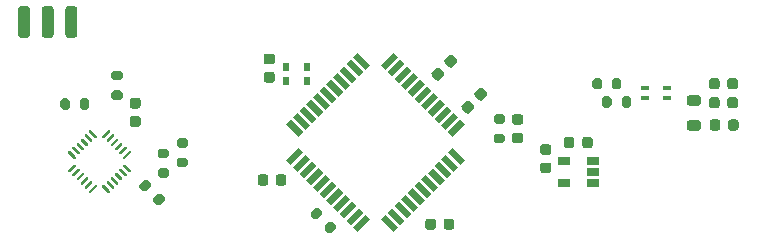
<source format=gbr>
%TF.GenerationSoftware,KiCad,Pcbnew,(5.1.8)-1*%
%TF.CreationDate,2022-07-09T15:07:12+10:00*%
%TF.ProjectId,ergonomic_split_left,6572676f-6e6f-46d6-9963-5f73706c6974,rev?*%
%TF.SameCoordinates,Original*%
%TF.FileFunction,Paste,Top*%
%TF.FilePolarity,Positive*%
%FSLAX46Y46*%
G04 Gerber Fmt 4.6, Leading zero omitted, Abs format (unit mm)*
G04 Created by KiCad (PCBNEW (5.1.8)-1) date 2022-07-09 15:07:12*
%MOMM*%
%LPD*%
G01*
G04 APERTURE LIST*
%ADD10C,0.100000*%
%ADD11R,0.750000X0.450000*%
%ADD12R,1.000000X0.700000*%
%ADD13R,0.600000X0.800000*%
G04 APERTURE END LIST*
%TO.C,J5*%
G36*
G01*
X99538400Y-57640400D02*
X99538400Y-55440400D01*
G75*
G02*
X99788400Y-55190400I250000J0D01*
G01*
X100288400Y-55190400D01*
G75*
G02*
X100538400Y-55440400I0J-250000D01*
G01*
X100538400Y-57640400D01*
G75*
G02*
X100288400Y-57890400I-250000J0D01*
G01*
X99788400Y-57890400D01*
G75*
G02*
X99538400Y-57640400I0J250000D01*
G01*
G37*
G36*
G01*
X101538400Y-57640400D02*
X101538400Y-55440400D01*
G75*
G02*
X101788400Y-55190400I250000J0D01*
G01*
X102288400Y-55190400D01*
G75*
G02*
X102538400Y-55440400I0J-250000D01*
G01*
X102538400Y-57640400D01*
G75*
G02*
X102288400Y-57890400I-250000J0D01*
G01*
X101788400Y-57890400D01*
G75*
G02*
X101538400Y-57640400I0J250000D01*
G01*
G37*
G36*
G01*
X103538400Y-57640400D02*
X103538400Y-55440400D01*
G75*
G02*
X103788400Y-55190400I250000J0D01*
G01*
X104288400Y-55190400D01*
G75*
G02*
X104538400Y-55440400I0J-250000D01*
G01*
X104538400Y-57640400D01*
G75*
G02*
X104288400Y-57890400I-250000J0D01*
G01*
X103788400Y-57890400D01*
G75*
G02*
X103538400Y-57640400I0J250000D01*
G01*
G37*
%TD*%
D10*
%TO.C,U6*%
G36*
X136988812Y-64798934D02*
G01*
X137377720Y-65187842D01*
X136317060Y-66248502D01*
X135928152Y-65859594D01*
X136988812Y-64798934D01*
G37*
G36*
X136423126Y-64233249D02*
G01*
X136812034Y-64622157D01*
X135751374Y-65682817D01*
X135362466Y-65293909D01*
X136423126Y-64233249D01*
G37*
G36*
X135857441Y-63667564D02*
G01*
X136246349Y-64056472D01*
X135185689Y-65117132D01*
X134796781Y-64728224D01*
X135857441Y-63667564D01*
G37*
G36*
X135291756Y-63101878D02*
G01*
X135680664Y-63490786D01*
X134620004Y-64551446D01*
X134231096Y-64162538D01*
X135291756Y-63101878D01*
G37*
G36*
X134726070Y-62536193D02*
G01*
X135114978Y-62925101D01*
X134054318Y-63985761D01*
X133665410Y-63596853D01*
X134726070Y-62536193D01*
G37*
G36*
X134160385Y-61970507D02*
G01*
X134549293Y-62359415D01*
X133488633Y-63420075D01*
X133099725Y-63031167D01*
X134160385Y-61970507D01*
G37*
G36*
X133594699Y-61404822D02*
G01*
X133983607Y-61793730D01*
X132922947Y-62854390D01*
X132534039Y-62465482D01*
X133594699Y-61404822D01*
G37*
G36*
X133029014Y-60839136D02*
G01*
X133417922Y-61228044D01*
X132357262Y-62288704D01*
X131968354Y-61899796D01*
X133029014Y-60839136D01*
G37*
G36*
X132463328Y-60273451D02*
G01*
X132852236Y-60662359D01*
X131791576Y-61723019D01*
X131402668Y-61334111D01*
X132463328Y-60273451D01*
G37*
G36*
X131897643Y-59707766D02*
G01*
X132286551Y-60096674D01*
X131225891Y-61157334D01*
X130836983Y-60768426D01*
X131897643Y-59707766D01*
G37*
G36*
X131331958Y-59142080D02*
G01*
X131720866Y-59530988D01*
X130660206Y-60591648D01*
X130271298Y-60202740D01*
X131331958Y-59142080D01*
G37*
G36*
X127867134Y-59530988D02*
G01*
X128256042Y-59142080D01*
X129316702Y-60202740D01*
X128927794Y-60591648D01*
X127867134Y-59530988D01*
G37*
G36*
X127301449Y-60096674D02*
G01*
X127690357Y-59707766D01*
X128751017Y-60768426D01*
X128362109Y-61157334D01*
X127301449Y-60096674D01*
G37*
G36*
X126735764Y-60662359D02*
G01*
X127124672Y-60273451D01*
X128185332Y-61334111D01*
X127796424Y-61723019D01*
X126735764Y-60662359D01*
G37*
G36*
X126170078Y-61228044D02*
G01*
X126558986Y-60839136D01*
X127619646Y-61899796D01*
X127230738Y-62288704D01*
X126170078Y-61228044D01*
G37*
G36*
X125604393Y-61793730D02*
G01*
X125993301Y-61404822D01*
X127053961Y-62465482D01*
X126665053Y-62854390D01*
X125604393Y-61793730D01*
G37*
G36*
X125038707Y-62359415D02*
G01*
X125427615Y-61970507D01*
X126488275Y-63031167D01*
X126099367Y-63420075D01*
X125038707Y-62359415D01*
G37*
G36*
X124473022Y-62925101D02*
G01*
X124861930Y-62536193D01*
X125922590Y-63596853D01*
X125533682Y-63985761D01*
X124473022Y-62925101D01*
G37*
G36*
X123907336Y-63490786D02*
G01*
X124296244Y-63101878D01*
X125356904Y-64162538D01*
X124967996Y-64551446D01*
X123907336Y-63490786D01*
G37*
G36*
X123341651Y-64056472D02*
G01*
X123730559Y-63667564D01*
X124791219Y-64728224D01*
X124402311Y-65117132D01*
X123341651Y-64056472D01*
G37*
G36*
X122775966Y-64622157D02*
G01*
X123164874Y-64233249D01*
X124225534Y-65293909D01*
X123836626Y-65682817D01*
X122775966Y-64622157D01*
G37*
G36*
X122210280Y-65187842D02*
G01*
X122599188Y-64798934D01*
X123659848Y-65859594D01*
X123270940Y-66248502D01*
X122210280Y-65187842D01*
G37*
G36*
X123270940Y-67203098D02*
G01*
X123659848Y-67592006D01*
X122599188Y-68652666D01*
X122210280Y-68263758D01*
X123270940Y-67203098D01*
G37*
G36*
X123836626Y-67768783D02*
G01*
X124225534Y-68157691D01*
X123164874Y-69218351D01*
X122775966Y-68829443D01*
X123836626Y-67768783D01*
G37*
G36*
X124402311Y-68334468D02*
G01*
X124791219Y-68723376D01*
X123730559Y-69784036D01*
X123341651Y-69395128D01*
X124402311Y-68334468D01*
G37*
G36*
X124967996Y-68900154D02*
G01*
X125356904Y-69289062D01*
X124296244Y-70349722D01*
X123907336Y-69960814D01*
X124967996Y-68900154D01*
G37*
G36*
X125533682Y-69465839D02*
G01*
X125922590Y-69854747D01*
X124861930Y-70915407D01*
X124473022Y-70526499D01*
X125533682Y-69465839D01*
G37*
G36*
X126099367Y-70031525D02*
G01*
X126488275Y-70420433D01*
X125427615Y-71481093D01*
X125038707Y-71092185D01*
X126099367Y-70031525D01*
G37*
G36*
X126665053Y-70597210D02*
G01*
X127053961Y-70986118D01*
X125993301Y-72046778D01*
X125604393Y-71657870D01*
X126665053Y-70597210D01*
G37*
G36*
X127230738Y-71162896D02*
G01*
X127619646Y-71551804D01*
X126558986Y-72612464D01*
X126170078Y-72223556D01*
X127230738Y-71162896D01*
G37*
G36*
X127796424Y-71728581D02*
G01*
X128185332Y-72117489D01*
X127124672Y-73178149D01*
X126735764Y-72789241D01*
X127796424Y-71728581D01*
G37*
G36*
X128362109Y-72294266D02*
G01*
X128751017Y-72683174D01*
X127690357Y-73743834D01*
X127301449Y-73354926D01*
X128362109Y-72294266D01*
G37*
G36*
X128927794Y-72859952D02*
G01*
X129316702Y-73248860D01*
X128256042Y-74309520D01*
X127867134Y-73920612D01*
X128927794Y-72859952D01*
G37*
G36*
X130271298Y-73248860D02*
G01*
X130660206Y-72859952D01*
X131720866Y-73920612D01*
X131331958Y-74309520D01*
X130271298Y-73248860D01*
G37*
G36*
X130836983Y-72683174D02*
G01*
X131225891Y-72294266D01*
X132286551Y-73354926D01*
X131897643Y-73743834D01*
X130836983Y-72683174D01*
G37*
G36*
X131402668Y-72117489D02*
G01*
X131791576Y-71728581D01*
X132852236Y-72789241D01*
X132463328Y-73178149D01*
X131402668Y-72117489D01*
G37*
G36*
X131968354Y-71551804D02*
G01*
X132357262Y-71162896D01*
X133417922Y-72223556D01*
X133029014Y-72612464D01*
X131968354Y-71551804D01*
G37*
G36*
X132534039Y-70986118D02*
G01*
X132922947Y-70597210D01*
X133983607Y-71657870D01*
X133594699Y-72046778D01*
X132534039Y-70986118D01*
G37*
G36*
X133099725Y-70420433D02*
G01*
X133488633Y-70031525D01*
X134549293Y-71092185D01*
X134160385Y-71481093D01*
X133099725Y-70420433D01*
G37*
G36*
X133665410Y-69854747D02*
G01*
X134054318Y-69465839D01*
X135114978Y-70526499D01*
X134726070Y-70915407D01*
X133665410Y-69854747D01*
G37*
G36*
X134231096Y-69289062D02*
G01*
X134620004Y-68900154D01*
X135680664Y-69960814D01*
X135291756Y-70349722D01*
X134231096Y-69289062D01*
G37*
G36*
X134796781Y-68723376D02*
G01*
X135185689Y-68334468D01*
X136246349Y-69395128D01*
X135857441Y-69784036D01*
X134796781Y-68723376D01*
G37*
G36*
X135362466Y-68157691D02*
G01*
X135751374Y-67768783D01*
X136812034Y-68829443D01*
X136423126Y-69218351D01*
X135362466Y-68157691D01*
G37*
G36*
X135928152Y-67592006D02*
G01*
X136317060Y-67203098D01*
X137377720Y-68263758D01*
X136988812Y-68652666D01*
X135928152Y-67592006D01*
G37*
%TD*%
%TO.C,R5*%
G36*
G01*
X148164600Y-62055420D02*
X148164600Y-61505420D01*
G75*
G02*
X148364600Y-61305420I200000J0D01*
G01*
X148764600Y-61305420D01*
G75*
G02*
X148964600Y-61505420I0J-200000D01*
G01*
X148964600Y-62055420D01*
G75*
G02*
X148764600Y-62255420I-200000J0D01*
G01*
X148364600Y-62255420D01*
G75*
G02*
X148164600Y-62055420I0J200000D01*
G01*
G37*
G36*
G01*
X149814600Y-62055420D02*
X149814600Y-61505420D01*
G75*
G02*
X150014600Y-61305420I200000J0D01*
G01*
X150414600Y-61305420D01*
G75*
G02*
X150614600Y-61505420I0J-200000D01*
G01*
X150614600Y-62055420D01*
G75*
G02*
X150414600Y-62255420I-200000J0D01*
G01*
X150014600Y-62255420D01*
G75*
G02*
X149814600Y-62055420I0J200000D01*
G01*
G37*
%TD*%
D11*
%TO.C,L1*%
X152612480Y-62166500D03*
X152612480Y-62966500D03*
X154462480Y-62966500D03*
X154462480Y-62166500D03*
%TD*%
%TO.C,R6*%
G36*
G01*
X150627400Y-63584500D02*
X150627400Y-63034500D01*
G75*
G02*
X150827400Y-62834500I200000J0D01*
G01*
X151227400Y-62834500D01*
G75*
G02*
X151427400Y-63034500I0J-200000D01*
G01*
X151427400Y-63584500D01*
G75*
G02*
X151227400Y-63784500I-200000J0D01*
G01*
X150827400Y-63784500D01*
G75*
G02*
X150627400Y-63584500I0J200000D01*
G01*
G37*
G36*
G01*
X148977400Y-63584500D02*
X148977400Y-63034500D01*
G75*
G02*
X149177400Y-62834500I200000J0D01*
G01*
X149577400Y-62834500D01*
G75*
G02*
X149777400Y-63034500I0J-200000D01*
G01*
X149777400Y-63584500D01*
G75*
G02*
X149577400Y-63784500I-200000J0D01*
G01*
X149177400Y-63784500D01*
G75*
G02*
X148977400Y-63584500I0J200000D01*
G01*
G37*
%TD*%
%TO.C,C7*%
G36*
G01*
X109693520Y-65420960D02*
X109193520Y-65420960D01*
G75*
G02*
X108968520Y-65195960I0J225000D01*
G01*
X108968520Y-64745960D01*
G75*
G02*
X109193520Y-64520960I225000J0D01*
G01*
X109693520Y-64520960D01*
G75*
G02*
X109918520Y-64745960I0J-225000D01*
G01*
X109918520Y-65195960D01*
G75*
G02*
X109693520Y-65420960I-225000J0D01*
G01*
G37*
G36*
G01*
X109693520Y-63870960D02*
X109193520Y-63870960D01*
G75*
G02*
X108968520Y-63645960I0J225000D01*
G01*
X108968520Y-63195960D01*
G75*
G02*
X109193520Y-62970960I225000J0D01*
G01*
X109693520Y-62970960D01*
G75*
G02*
X109918520Y-63195960I0J-225000D01*
G01*
X109918520Y-63645960D01*
G75*
G02*
X109693520Y-63870960I-225000J0D01*
G01*
G37*
%TD*%
%TO.C,R15*%
G36*
G01*
X111561200Y-68926760D02*
X112111200Y-68926760D01*
G75*
G02*
X112311200Y-69126760I0J-200000D01*
G01*
X112311200Y-69526760D01*
G75*
G02*
X112111200Y-69726760I-200000J0D01*
G01*
X111561200Y-69726760D01*
G75*
G02*
X111361200Y-69526760I0J200000D01*
G01*
X111361200Y-69126760D01*
G75*
G02*
X111561200Y-68926760I200000J0D01*
G01*
G37*
G36*
G01*
X111561200Y-67276760D02*
X112111200Y-67276760D01*
G75*
G02*
X112311200Y-67476760I0J-200000D01*
G01*
X112311200Y-67876760D01*
G75*
G02*
X112111200Y-68076760I-200000J0D01*
G01*
X111561200Y-68076760D01*
G75*
G02*
X111361200Y-67876760I0J200000D01*
G01*
X111361200Y-67476760D01*
G75*
G02*
X111561200Y-67276760I200000J0D01*
G01*
G37*
%TD*%
%TO.C,R14*%
G36*
G01*
X113156320Y-68037760D02*
X113706320Y-68037760D01*
G75*
G02*
X113906320Y-68237760I0J-200000D01*
G01*
X113906320Y-68637760D01*
G75*
G02*
X113706320Y-68837760I-200000J0D01*
G01*
X113156320Y-68837760D01*
G75*
G02*
X112956320Y-68637760I0J200000D01*
G01*
X112956320Y-68237760D01*
G75*
G02*
X113156320Y-68037760I200000J0D01*
G01*
G37*
G36*
G01*
X113156320Y-66387760D02*
X113706320Y-66387760D01*
G75*
G02*
X113906320Y-66587760I0J-200000D01*
G01*
X113906320Y-66987760D01*
G75*
G02*
X113706320Y-67187760I-200000J0D01*
G01*
X113156320Y-67187760D01*
G75*
G02*
X112956320Y-66987760I0J200000D01*
G01*
X112956320Y-66587760D01*
G75*
G02*
X113156320Y-66387760I200000J0D01*
G01*
G37*
%TD*%
%TO.C,U2*%
G36*
G01*
X106673097Y-66178750D02*
X107139787Y-65712060D01*
G75*
G02*
X107309493Y-65712060I84853J-84853D01*
G01*
X107309493Y-65712060D01*
G75*
G02*
X107309493Y-65881766I-84853J-84853D01*
G01*
X106842803Y-66348456D01*
G75*
G02*
X106673097Y-66348456I-84853J84853D01*
G01*
X106673097Y-66348456D01*
G75*
G02*
X106673097Y-66178750I84853J84853D01*
G01*
G37*
G36*
G01*
X107026651Y-66532303D02*
X107493341Y-66065613D01*
G75*
G02*
X107663047Y-66065613I84853J-84853D01*
G01*
X107663047Y-66065613D01*
G75*
G02*
X107663047Y-66235319I-84853J-84853D01*
G01*
X107196357Y-66702009D01*
G75*
G02*
X107026651Y-66702009I-84853J84853D01*
G01*
X107026651Y-66702009D01*
G75*
G02*
X107026651Y-66532303I84853J84853D01*
G01*
G37*
G36*
G01*
X107380204Y-66885856D02*
X107846894Y-66419166D01*
G75*
G02*
X108016600Y-66419166I84853J-84853D01*
G01*
X108016600Y-66419166D01*
G75*
G02*
X108016600Y-66588872I-84853J-84853D01*
G01*
X107549910Y-67055562D01*
G75*
G02*
X107380204Y-67055562I-84853J84853D01*
G01*
X107380204Y-67055562D01*
G75*
G02*
X107380204Y-66885856I84853J84853D01*
G01*
G37*
G36*
G01*
X107733758Y-67239410D02*
X108200448Y-66772720D01*
G75*
G02*
X108370154Y-66772720I84853J-84853D01*
G01*
X108370154Y-66772720D01*
G75*
G02*
X108370154Y-66942426I-84853J-84853D01*
G01*
X107903464Y-67409116D01*
G75*
G02*
X107733758Y-67409116I-84853J84853D01*
G01*
X107733758Y-67409116D01*
G75*
G02*
X107733758Y-67239410I84853J84853D01*
G01*
G37*
G36*
G01*
X108087311Y-67592963D02*
X108554001Y-67126273D01*
G75*
G02*
X108723707Y-67126273I84853J-84853D01*
G01*
X108723707Y-67126273D01*
G75*
G02*
X108723707Y-67295979I-84853J-84853D01*
G01*
X108257017Y-67762669D01*
G75*
G02*
X108087311Y-67762669I-84853J84853D01*
G01*
X108087311Y-67762669D01*
G75*
G02*
X108087311Y-67592963I84853J84853D01*
G01*
G37*
G36*
G01*
X108440864Y-67946517D02*
X108907554Y-67479827D01*
G75*
G02*
X109077260Y-67479827I84853J-84853D01*
G01*
X109077260Y-67479827D01*
G75*
G02*
X109077260Y-67649533I-84853J-84853D01*
G01*
X108610570Y-68116223D01*
G75*
G02*
X108440864Y-68116223I-84853J84853D01*
G01*
X108440864Y-68116223D01*
G75*
G02*
X108440864Y-67946517I84853J84853D01*
G01*
G37*
G36*
G01*
X108907554Y-69247593D02*
X108440864Y-68780903D01*
G75*
G02*
X108440864Y-68611197I84853J84853D01*
G01*
X108440864Y-68611197D01*
G75*
G02*
X108610570Y-68611197I84853J-84853D01*
G01*
X109077260Y-69077887D01*
G75*
G02*
X109077260Y-69247593I-84853J-84853D01*
G01*
X109077260Y-69247593D01*
G75*
G02*
X108907554Y-69247593I-84853J84853D01*
G01*
G37*
G36*
G01*
X108554001Y-69601147D02*
X108087311Y-69134457D01*
G75*
G02*
X108087311Y-68964751I84853J84853D01*
G01*
X108087311Y-68964751D01*
G75*
G02*
X108257017Y-68964751I84853J-84853D01*
G01*
X108723707Y-69431441D01*
G75*
G02*
X108723707Y-69601147I-84853J-84853D01*
G01*
X108723707Y-69601147D01*
G75*
G02*
X108554001Y-69601147I-84853J84853D01*
G01*
G37*
G36*
G01*
X108200448Y-69954700D02*
X107733758Y-69488010D01*
G75*
G02*
X107733758Y-69318304I84853J84853D01*
G01*
X107733758Y-69318304D01*
G75*
G02*
X107903464Y-69318304I84853J-84853D01*
G01*
X108370154Y-69784994D01*
G75*
G02*
X108370154Y-69954700I-84853J-84853D01*
G01*
X108370154Y-69954700D01*
G75*
G02*
X108200448Y-69954700I-84853J84853D01*
G01*
G37*
G36*
G01*
X107846894Y-70308254D02*
X107380204Y-69841564D01*
G75*
G02*
X107380204Y-69671858I84853J84853D01*
G01*
X107380204Y-69671858D01*
G75*
G02*
X107549910Y-69671858I84853J-84853D01*
G01*
X108016600Y-70138548D01*
G75*
G02*
X108016600Y-70308254I-84853J-84853D01*
G01*
X108016600Y-70308254D01*
G75*
G02*
X107846894Y-70308254I-84853J84853D01*
G01*
G37*
G36*
G01*
X107493341Y-70661807D02*
X107026651Y-70195117D01*
G75*
G02*
X107026651Y-70025411I84853J84853D01*
G01*
X107026651Y-70025411D01*
G75*
G02*
X107196357Y-70025411I84853J-84853D01*
G01*
X107663047Y-70492101D01*
G75*
G02*
X107663047Y-70661807I-84853J-84853D01*
G01*
X107663047Y-70661807D01*
G75*
G02*
X107493341Y-70661807I-84853J84853D01*
G01*
G37*
G36*
G01*
X107139787Y-71015360D02*
X106673097Y-70548670D01*
G75*
G02*
X106673097Y-70378964I84853J84853D01*
G01*
X106673097Y-70378964D01*
G75*
G02*
X106842803Y-70378964I84853J-84853D01*
G01*
X107309493Y-70845654D01*
G75*
G02*
X107309493Y-71015360I-84853J-84853D01*
G01*
X107309493Y-71015360D01*
G75*
G02*
X107139787Y-71015360I-84853J84853D01*
G01*
G37*
G36*
G01*
X105541727Y-70845654D02*
X106008417Y-70378964D01*
G75*
G02*
X106178123Y-70378964I84853J-84853D01*
G01*
X106178123Y-70378964D01*
G75*
G02*
X106178123Y-70548670I-84853J-84853D01*
G01*
X105711433Y-71015360D01*
G75*
G02*
X105541727Y-71015360I-84853J84853D01*
G01*
X105541727Y-71015360D01*
G75*
G02*
X105541727Y-70845654I84853J84853D01*
G01*
G37*
G36*
G01*
X105188173Y-70492101D02*
X105654863Y-70025411D01*
G75*
G02*
X105824569Y-70025411I84853J-84853D01*
G01*
X105824569Y-70025411D01*
G75*
G02*
X105824569Y-70195117I-84853J-84853D01*
G01*
X105357879Y-70661807D01*
G75*
G02*
X105188173Y-70661807I-84853J84853D01*
G01*
X105188173Y-70661807D01*
G75*
G02*
X105188173Y-70492101I84853J84853D01*
G01*
G37*
G36*
G01*
X104834620Y-70138548D02*
X105301310Y-69671858D01*
G75*
G02*
X105471016Y-69671858I84853J-84853D01*
G01*
X105471016Y-69671858D01*
G75*
G02*
X105471016Y-69841564I-84853J-84853D01*
G01*
X105004326Y-70308254D01*
G75*
G02*
X104834620Y-70308254I-84853J84853D01*
G01*
X104834620Y-70308254D01*
G75*
G02*
X104834620Y-70138548I84853J84853D01*
G01*
G37*
G36*
G01*
X104481066Y-69784994D02*
X104947756Y-69318304D01*
G75*
G02*
X105117462Y-69318304I84853J-84853D01*
G01*
X105117462Y-69318304D01*
G75*
G02*
X105117462Y-69488010I-84853J-84853D01*
G01*
X104650772Y-69954700D01*
G75*
G02*
X104481066Y-69954700I-84853J84853D01*
G01*
X104481066Y-69954700D01*
G75*
G02*
X104481066Y-69784994I84853J84853D01*
G01*
G37*
G36*
G01*
X104127513Y-69431441D02*
X104594203Y-68964751D01*
G75*
G02*
X104763909Y-68964751I84853J-84853D01*
G01*
X104763909Y-68964751D01*
G75*
G02*
X104763909Y-69134457I-84853J-84853D01*
G01*
X104297219Y-69601147D01*
G75*
G02*
X104127513Y-69601147I-84853J84853D01*
G01*
X104127513Y-69601147D01*
G75*
G02*
X104127513Y-69431441I84853J84853D01*
G01*
G37*
G36*
G01*
X103773960Y-69077887D02*
X104240650Y-68611197D01*
G75*
G02*
X104410356Y-68611197I84853J-84853D01*
G01*
X104410356Y-68611197D01*
G75*
G02*
X104410356Y-68780903I-84853J-84853D01*
G01*
X103943666Y-69247593D01*
G75*
G02*
X103773960Y-69247593I-84853J84853D01*
G01*
X103773960Y-69247593D01*
G75*
G02*
X103773960Y-69077887I84853J84853D01*
G01*
G37*
G36*
G01*
X104240650Y-68116223D02*
X103773960Y-67649533D01*
G75*
G02*
X103773960Y-67479827I84853J84853D01*
G01*
X103773960Y-67479827D01*
G75*
G02*
X103943666Y-67479827I84853J-84853D01*
G01*
X104410356Y-67946517D01*
G75*
G02*
X104410356Y-68116223I-84853J-84853D01*
G01*
X104410356Y-68116223D01*
G75*
G02*
X104240650Y-68116223I-84853J84853D01*
G01*
G37*
G36*
G01*
X104594203Y-67762669D02*
X104127513Y-67295979D01*
G75*
G02*
X104127513Y-67126273I84853J84853D01*
G01*
X104127513Y-67126273D01*
G75*
G02*
X104297219Y-67126273I84853J-84853D01*
G01*
X104763909Y-67592963D01*
G75*
G02*
X104763909Y-67762669I-84853J-84853D01*
G01*
X104763909Y-67762669D01*
G75*
G02*
X104594203Y-67762669I-84853J84853D01*
G01*
G37*
G36*
G01*
X104947756Y-67409116D02*
X104481066Y-66942426D01*
G75*
G02*
X104481066Y-66772720I84853J84853D01*
G01*
X104481066Y-66772720D01*
G75*
G02*
X104650772Y-66772720I84853J-84853D01*
G01*
X105117462Y-67239410D01*
G75*
G02*
X105117462Y-67409116I-84853J-84853D01*
G01*
X105117462Y-67409116D01*
G75*
G02*
X104947756Y-67409116I-84853J84853D01*
G01*
G37*
G36*
G01*
X105301310Y-67055562D02*
X104834620Y-66588872D01*
G75*
G02*
X104834620Y-66419166I84853J84853D01*
G01*
X104834620Y-66419166D01*
G75*
G02*
X105004326Y-66419166I84853J-84853D01*
G01*
X105471016Y-66885856D01*
G75*
G02*
X105471016Y-67055562I-84853J-84853D01*
G01*
X105471016Y-67055562D01*
G75*
G02*
X105301310Y-67055562I-84853J84853D01*
G01*
G37*
G36*
G01*
X105654863Y-66702009D02*
X105188173Y-66235319D01*
G75*
G02*
X105188173Y-66065613I84853J84853D01*
G01*
X105188173Y-66065613D01*
G75*
G02*
X105357879Y-66065613I84853J-84853D01*
G01*
X105824569Y-66532303D01*
G75*
G02*
X105824569Y-66702009I-84853J-84853D01*
G01*
X105824569Y-66702009D01*
G75*
G02*
X105654863Y-66702009I-84853J84853D01*
G01*
G37*
G36*
G01*
X106008417Y-66348456D02*
X105541727Y-65881766D01*
G75*
G02*
X105541727Y-65712060I84853J84853D01*
G01*
X105541727Y-65712060D01*
G75*
G02*
X105711433Y-65712060I84853J-84853D01*
G01*
X106178123Y-66178750D01*
G75*
G02*
X106178123Y-66348456I-84853J-84853D01*
G01*
X106178123Y-66348456D01*
G75*
G02*
X106008417Y-66348456I-84853J84853D01*
G01*
G37*
%TD*%
%TO.C,R13*%
G36*
G01*
X105555000Y-63214840D02*
X105555000Y-63764840D01*
G75*
G02*
X105355000Y-63964840I-200000J0D01*
G01*
X104955000Y-63964840D01*
G75*
G02*
X104755000Y-63764840I0J200000D01*
G01*
X104755000Y-63214840D01*
G75*
G02*
X104955000Y-63014840I200000J0D01*
G01*
X105355000Y-63014840D01*
G75*
G02*
X105555000Y-63214840I0J-200000D01*
G01*
G37*
G36*
G01*
X103905000Y-63214840D02*
X103905000Y-63764840D01*
G75*
G02*
X103705000Y-63964840I-200000J0D01*
G01*
X103305000Y-63964840D01*
G75*
G02*
X103105000Y-63764840I0J200000D01*
G01*
X103105000Y-63214840D01*
G75*
G02*
X103305000Y-63014840I200000J0D01*
G01*
X103705000Y-63014840D01*
G75*
G02*
X103905000Y-63214840I0J-200000D01*
G01*
G37*
%TD*%
%TO.C,R12*%
G36*
G01*
X108174200Y-61488000D02*
X107624200Y-61488000D01*
G75*
G02*
X107424200Y-61288000I0J200000D01*
G01*
X107424200Y-60888000D01*
G75*
G02*
X107624200Y-60688000I200000J0D01*
G01*
X108174200Y-60688000D01*
G75*
G02*
X108374200Y-60888000I0J-200000D01*
G01*
X108374200Y-61288000D01*
G75*
G02*
X108174200Y-61488000I-200000J0D01*
G01*
G37*
G36*
G01*
X108174200Y-63138000D02*
X107624200Y-63138000D01*
G75*
G02*
X107424200Y-62938000I0J200000D01*
G01*
X107424200Y-62538000D01*
G75*
G02*
X107624200Y-62338000I200000J0D01*
G01*
X108174200Y-62338000D01*
G75*
G02*
X108374200Y-62538000I0J-200000D01*
G01*
X108374200Y-62938000D01*
G75*
G02*
X108174200Y-63138000I-200000J0D01*
G01*
G37*
%TD*%
%TO.C,R11*%
G36*
G01*
X110976229Y-71487138D02*
X111365138Y-71098229D01*
G75*
G02*
X111647980Y-71098229I141421J-141421D01*
G01*
X111930823Y-71381072D01*
G75*
G02*
X111930823Y-71663914I-141421J-141421D01*
G01*
X111541914Y-72052823D01*
G75*
G02*
X111259072Y-72052823I-141421J141421D01*
G01*
X110976229Y-71769980D01*
G75*
G02*
X110976229Y-71487138I141421J141421D01*
G01*
G37*
G36*
G01*
X109809503Y-70320412D02*
X110198412Y-69931503D01*
G75*
G02*
X110481254Y-69931503I141421J-141421D01*
G01*
X110764097Y-70214346D01*
G75*
G02*
X110764097Y-70497188I-141421J-141421D01*
G01*
X110375188Y-70886097D01*
G75*
G02*
X110092346Y-70886097I-141421J141421D01*
G01*
X109809503Y-70603254D01*
G75*
G02*
X109809503Y-70320412I141421J141421D01*
G01*
G37*
%TD*%
D12*
%TO.C,U9*%
X145769661Y-70174120D03*
X145769661Y-68274120D03*
X148169661Y-68274120D03*
X148169661Y-69224120D03*
X148169661Y-70174120D03*
%TD*%
%TO.C,C120*%
G36*
G01*
X144458500Y-67797500D02*
X143958500Y-67797500D01*
G75*
G02*
X143733500Y-67572500I0J225000D01*
G01*
X143733500Y-67122500D01*
G75*
G02*
X143958500Y-66897500I225000J0D01*
G01*
X144458500Y-66897500D01*
G75*
G02*
X144683500Y-67122500I0J-225000D01*
G01*
X144683500Y-67572500D01*
G75*
G02*
X144458500Y-67797500I-225000J0D01*
G01*
G37*
G36*
G01*
X144458500Y-69347500D02*
X143958500Y-69347500D01*
G75*
G02*
X143733500Y-69122500I0J225000D01*
G01*
X143733500Y-68672500D01*
G75*
G02*
X143958500Y-68447500I225000J0D01*
G01*
X144458500Y-68447500D01*
G75*
G02*
X144683500Y-68672500I0J-225000D01*
G01*
X144683500Y-69122500D01*
G75*
G02*
X144458500Y-69347500I-225000J0D01*
G01*
G37*
%TD*%
%TO.C,C5*%
G36*
G01*
X146639400Y-66501200D02*
X146639400Y-67001200D01*
G75*
G02*
X146414400Y-67226200I-225000J0D01*
G01*
X145964400Y-67226200D01*
G75*
G02*
X145739400Y-67001200I0J225000D01*
G01*
X145739400Y-66501200D01*
G75*
G02*
X145964400Y-66276200I225000J0D01*
G01*
X146414400Y-66276200D01*
G75*
G02*
X146639400Y-66501200I0J-225000D01*
G01*
G37*
G36*
G01*
X148189400Y-66501200D02*
X148189400Y-67001200D01*
G75*
G02*
X147964400Y-67226200I-225000J0D01*
G01*
X147514400Y-67226200D01*
G75*
G02*
X147289400Y-67001200I0J225000D01*
G01*
X147289400Y-66501200D01*
G75*
G02*
X147514400Y-66276200I225000J0D01*
G01*
X147964400Y-66276200D01*
G75*
G02*
X148189400Y-66501200I0J-225000D01*
G01*
G37*
%TD*%
%TO.C,C1*%
G36*
G01*
X159578220Y-63633160D02*
X159578220Y-63133160D01*
G75*
G02*
X159803220Y-62908160I225000J0D01*
G01*
X160253220Y-62908160D01*
G75*
G02*
X160478220Y-63133160I0J-225000D01*
G01*
X160478220Y-63633160D01*
G75*
G02*
X160253220Y-63858160I-225000J0D01*
G01*
X159803220Y-63858160D01*
G75*
G02*
X159578220Y-63633160I0J225000D01*
G01*
G37*
G36*
G01*
X158028220Y-63633160D02*
X158028220Y-63133160D01*
G75*
G02*
X158253220Y-62908160I225000J0D01*
G01*
X158703220Y-62908160D01*
G75*
G02*
X158928220Y-63133160I0J-225000D01*
G01*
X158928220Y-63633160D01*
G75*
G02*
X158703220Y-63858160I-225000J0D01*
G01*
X158253220Y-63858160D01*
G75*
G02*
X158028220Y-63633160I0J225000D01*
G01*
G37*
%TD*%
%TO.C,C2*%
G36*
G01*
X158030760Y-62032960D02*
X158030760Y-61532960D01*
G75*
G02*
X158255760Y-61307960I225000J0D01*
G01*
X158705760Y-61307960D01*
G75*
G02*
X158930760Y-61532960I0J-225000D01*
G01*
X158930760Y-62032960D01*
G75*
G02*
X158705760Y-62257960I-225000J0D01*
G01*
X158255760Y-62257960D01*
G75*
G02*
X158030760Y-62032960I0J225000D01*
G01*
G37*
G36*
G01*
X159580760Y-62032960D02*
X159580760Y-61532960D01*
G75*
G02*
X159805760Y-61307960I225000J0D01*
G01*
X160255760Y-61307960D01*
G75*
G02*
X160480760Y-61532960I0J-225000D01*
G01*
X160480760Y-62032960D01*
G75*
G02*
X160255760Y-62257960I-225000J0D01*
G01*
X159805760Y-62257960D01*
G75*
G02*
X159580760Y-62032960I0J225000D01*
G01*
G37*
%TD*%
%TO.C,C3*%
G36*
G01*
X159636040Y-65522920D02*
X159636040Y-65022920D01*
G75*
G02*
X159861040Y-64797920I225000J0D01*
G01*
X160311040Y-64797920D01*
G75*
G02*
X160536040Y-65022920I0J-225000D01*
G01*
X160536040Y-65522920D01*
G75*
G02*
X160311040Y-65747920I-225000J0D01*
G01*
X159861040Y-65747920D01*
G75*
G02*
X159636040Y-65522920I0J225000D01*
G01*
G37*
G36*
G01*
X158086040Y-65522920D02*
X158086040Y-65022920D01*
G75*
G02*
X158311040Y-64797920I225000J0D01*
G01*
X158761040Y-64797920D01*
G75*
G02*
X158986040Y-65022920I0J-225000D01*
G01*
X158986040Y-65522920D01*
G75*
G02*
X158761040Y-65747920I-225000J0D01*
G01*
X158311040Y-65747920D01*
G75*
G02*
X158086040Y-65522920I0J225000D01*
G01*
G37*
%TD*%
%TO.C,C42*%
G36*
G01*
X121052400Y-61677000D02*
X120552400Y-61677000D01*
G75*
G02*
X120327400Y-61452000I0J225000D01*
G01*
X120327400Y-61002000D01*
G75*
G02*
X120552400Y-60777000I225000J0D01*
G01*
X121052400Y-60777000D01*
G75*
G02*
X121277400Y-61002000I0J-225000D01*
G01*
X121277400Y-61452000D01*
G75*
G02*
X121052400Y-61677000I-225000J0D01*
G01*
G37*
G36*
G01*
X121052400Y-60127000D02*
X120552400Y-60127000D01*
G75*
G02*
X120327400Y-59902000I0J225000D01*
G01*
X120327400Y-59452000D01*
G75*
G02*
X120552400Y-59227000I225000J0D01*
G01*
X121052400Y-59227000D01*
G75*
G02*
X121277400Y-59452000I0J-225000D01*
G01*
X121277400Y-59902000D01*
G75*
G02*
X121052400Y-60127000I-225000J0D01*
G01*
G37*
%TD*%
%TO.C,C43*%
G36*
G01*
X134935779Y-61454975D02*
X134582225Y-61101421D01*
G75*
G02*
X134582225Y-60783223I159099J159099D01*
G01*
X134900423Y-60465025D01*
G75*
G02*
X135218621Y-60465025I159099J-159099D01*
G01*
X135572175Y-60818579D01*
G75*
G02*
X135572175Y-61136777I-159099J-159099D01*
G01*
X135253977Y-61454975D01*
G75*
G02*
X134935779Y-61454975I-159099J159099D01*
G01*
G37*
G36*
G01*
X136031795Y-60358959D02*
X135678241Y-60005405D01*
G75*
G02*
X135678241Y-59687207I159099J159099D01*
G01*
X135996439Y-59369009D01*
G75*
G02*
X136314637Y-59369009I159099J-159099D01*
G01*
X136668191Y-59722563D01*
G75*
G02*
X136668191Y-60040761I-159099J-159099D01*
G01*
X136349993Y-60358959D01*
G75*
G02*
X136031795Y-60358959I-159099J159099D01*
G01*
G37*
%TD*%
%TO.C,C44*%
G36*
G01*
X122255700Y-69671120D02*
X122255700Y-70171120D01*
G75*
G02*
X122030700Y-70396120I-225000J0D01*
G01*
X121580700Y-70396120D01*
G75*
G02*
X121355700Y-70171120I0J225000D01*
G01*
X121355700Y-69671120D01*
G75*
G02*
X121580700Y-69446120I225000J0D01*
G01*
X122030700Y-69446120D01*
G75*
G02*
X122255700Y-69671120I0J-225000D01*
G01*
G37*
G36*
G01*
X120705700Y-69671120D02*
X120705700Y-70171120D01*
G75*
G02*
X120480700Y-70396120I-225000J0D01*
G01*
X120030700Y-70396120D01*
G75*
G02*
X119805700Y-70171120I0J225000D01*
G01*
X119805700Y-69671120D01*
G75*
G02*
X120030700Y-69446120I225000J0D01*
G01*
X120480700Y-69446120D01*
G75*
G02*
X120705700Y-69671120I0J-225000D01*
G01*
G37*
%TD*%
%TO.C,C45*%
G36*
G01*
X135554600Y-73910000D02*
X135554600Y-73410000D01*
G75*
G02*
X135779600Y-73185000I225000J0D01*
G01*
X136229600Y-73185000D01*
G75*
G02*
X136454600Y-73410000I0J-225000D01*
G01*
X136454600Y-73910000D01*
G75*
G02*
X136229600Y-74135000I-225000J0D01*
G01*
X135779600Y-74135000D01*
G75*
G02*
X135554600Y-73910000I0J225000D01*
G01*
G37*
G36*
G01*
X134004600Y-73910000D02*
X134004600Y-73410000D01*
G75*
G02*
X134229600Y-73185000I225000J0D01*
G01*
X134679600Y-73185000D01*
G75*
G02*
X134904600Y-73410000I0J-225000D01*
G01*
X134904600Y-73910000D01*
G75*
G02*
X134679600Y-74135000I-225000J0D01*
G01*
X134229600Y-74135000D01*
G75*
G02*
X134004600Y-73910000I0J225000D01*
G01*
G37*
%TD*%
%TO.C,C46*%
G36*
G01*
X138571795Y-63152959D02*
X138218241Y-62799405D01*
G75*
G02*
X138218241Y-62481207I159099J159099D01*
G01*
X138536439Y-62163009D01*
G75*
G02*
X138854637Y-62163009I159099J-159099D01*
G01*
X139208191Y-62516563D01*
G75*
G02*
X139208191Y-62834761I-159099J-159099D01*
G01*
X138889993Y-63152959D01*
G75*
G02*
X138571795Y-63152959I-159099J159099D01*
G01*
G37*
G36*
G01*
X137475779Y-64248975D02*
X137122225Y-63895421D01*
G75*
G02*
X137122225Y-63577223I159099J159099D01*
G01*
X137440423Y-63259025D01*
G75*
G02*
X137758621Y-63259025I159099J-159099D01*
G01*
X138112175Y-63612579D01*
G75*
G02*
X138112175Y-63930777I-159099J-159099D01*
G01*
X137793977Y-64248975D01*
G75*
G02*
X137475779Y-64248975I-159099J159099D01*
G01*
G37*
%TD*%
%TO.C,D194*%
G36*
G01*
X142077150Y-66800080D02*
X141564650Y-66800080D01*
G75*
G02*
X141345900Y-66581330I0J218750D01*
G01*
X141345900Y-66143830D01*
G75*
G02*
X141564650Y-65925080I218750J0D01*
G01*
X142077150Y-65925080D01*
G75*
G02*
X142295900Y-66143830I0J-218750D01*
G01*
X142295900Y-66581330D01*
G75*
G02*
X142077150Y-66800080I-218750J0D01*
G01*
G37*
G36*
G01*
X142077150Y-65225080D02*
X141564650Y-65225080D01*
G75*
G02*
X141345900Y-65006330I0J218750D01*
G01*
X141345900Y-64568830D01*
G75*
G02*
X141564650Y-64350080I218750J0D01*
G01*
X142077150Y-64350080D01*
G75*
G02*
X142295900Y-64568830I0J-218750D01*
G01*
X142295900Y-65006330D01*
G75*
G02*
X142077150Y-65225080I-218750J0D01*
G01*
G37*
%TD*%
%TO.C,FB3*%
G36*
G01*
X157132270Y-65747540D02*
X156369770Y-65747540D01*
G75*
G02*
X156151020Y-65528790I0J218750D01*
G01*
X156151020Y-65091290D01*
G75*
G02*
X156369770Y-64872540I218750J0D01*
G01*
X157132270Y-64872540D01*
G75*
G02*
X157351020Y-65091290I0J-218750D01*
G01*
X157351020Y-65528790D01*
G75*
G02*
X157132270Y-65747540I-218750J0D01*
G01*
G37*
G36*
G01*
X157132270Y-63622540D02*
X156369770Y-63622540D01*
G75*
G02*
X156151020Y-63403790I0J218750D01*
G01*
X156151020Y-62966290D01*
G75*
G02*
X156369770Y-62747540I218750J0D01*
G01*
X157132270Y-62747540D01*
G75*
G02*
X157351020Y-62966290I0J-218750D01*
G01*
X157351020Y-63403790D01*
G75*
G02*
X157132270Y-63622540I-218750J0D01*
G01*
G37*
%TD*%
%TO.C,R3*%
G36*
G01*
X139996500Y-66002220D02*
X140546500Y-66002220D01*
G75*
G02*
X140746500Y-66202220I0J-200000D01*
G01*
X140746500Y-66602220D01*
G75*
G02*
X140546500Y-66802220I-200000J0D01*
G01*
X139996500Y-66802220D01*
G75*
G02*
X139796500Y-66602220I0J200000D01*
G01*
X139796500Y-66202220D01*
G75*
G02*
X139996500Y-66002220I200000J0D01*
G01*
G37*
G36*
G01*
X139996500Y-64352220D02*
X140546500Y-64352220D01*
G75*
G02*
X140746500Y-64552220I0J-200000D01*
G01*
X140746500Y-64952220D01*
G75*
G02*
X140546500Y-65152220I-200000J0D01*
G01*
X139996500Y-65152220D01*
G75*
G02*
X139796500Y-64952220I0J200000D01*
G01*
X139796500Y-64552220D01*
G75*
G02*
X139996500Y-64352220I200000J0D01*
G01*
G37*
%TD*%
%TO.C,R23*%
G36*
G01*
X125269171Y-72861062D02*
X124880262Y-73249971D01*
G75*
G02*
X124597420Y-73249971I-141421J141421D01*
G01*
X124314577Y-72967128D01*
G75*
G02*
X124314577Y-72684286I141421J141421D01*
G01*
X124703486Y-72295377D01*
G75*
G02*
X124986328Y-72295377I141421J-141421D01*
G01*
X125269171Y-72578220D01*
G75*
G02*
X125269171Y-72861062I-141421J-141421D01*
G01*
G37*
G36*
G01*
X126435897Y-74027788D02*
X126046988Y-74416697D01*
G75*
G02*
X125764146Y-74416697I-141421J141421D01*
G01*
X125481303Y-74133854D01*
G75*
G02*
X125481303Y-73851012I141421J141421D01*
G01*
X125870212Y-73462103D01*
G75*
G02*
X126153054Y-73462103I141421J-141421D01*
G01*
X126435897Y-73744946D01*
G75*
G02*
X126435897Y-74027788I-141421J-141421D01*
G01*
G37*
%TD*%
D13*
%TO.C,X2*%
X122202800Y-61518800D03*
X124002800Y-61518800D03*
X124002800Y-60318800D03*
X122202800Y-60318800D03*
%TD*%
M02*

</source>
